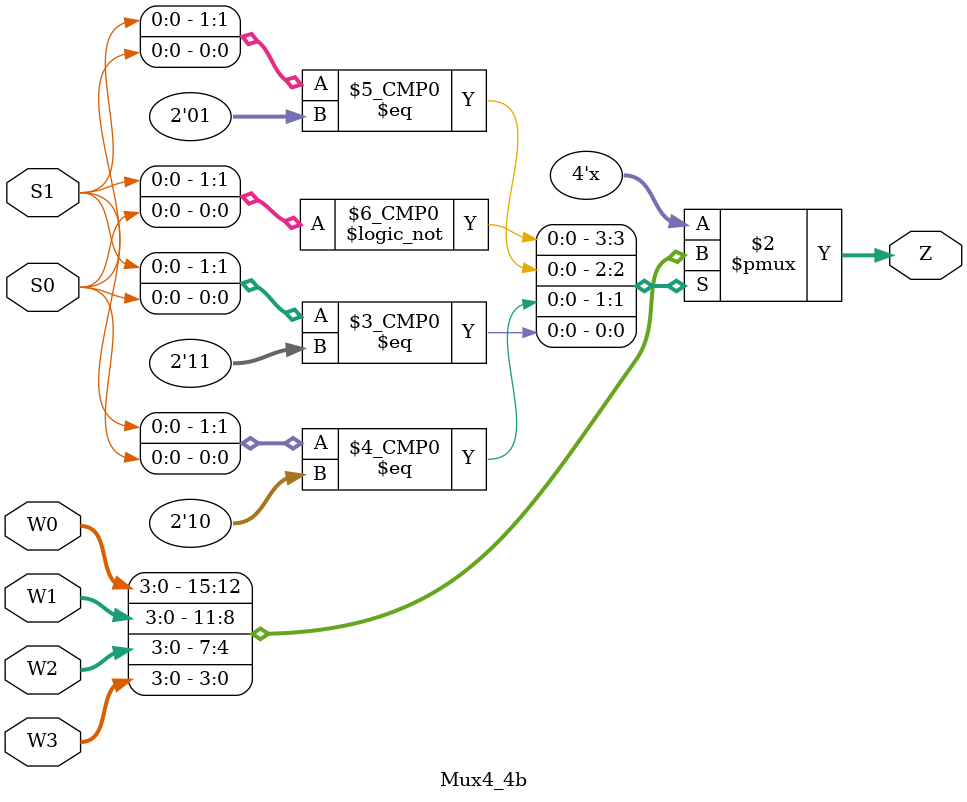
<source format=v>
module Mux4_4b(S1, S0, W0, W1, W2, W3, Z);
	input  S1, S0 ;
	input [3:0] W0, W1, W2, W3; 
	output [3:0] Z;
		
 reg [3:0] Z;
 
 always@(S1, S0, W0, W1, W2, W3)
 
 begin
 
 case({S1, S0})
 
 3'b00: Z = W0;
 3'b01: Z = W1;
 3'b10: Z = W2;
 3'b11: Z = W3;

 
 endcase
 end 
 endmodule
 
</source>
